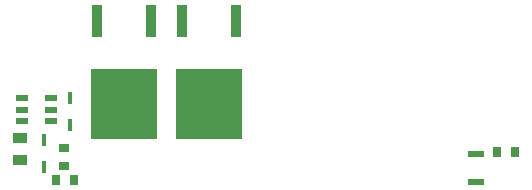
<source format=gtp>
G04*
G04 #@! TF.GenerationSoftware,Altium Limited,Altium Designer,21.9.2 (33)*
G04*
G04 Layer_Color=8421504*
%FSLAX25Y25*%
%MOIN*%
G70*
G04*
G04 #@! TF.SameCoordinates,6F936C73-BDDA-4E7B-AE90-99827B4021A3*
G04*
G04*
G04 #@! TF.FilePolarity,Positive*
G04*
G01*
G75*
%ADD13R,0.21900X0.23500*%
%ADD14R,0.03700X0.10800*%
%ADD15R,0.03543X0.02756*%
%ADD16R,0.01578X0.04375*%
%ADD17R,0.02756X0.03543*%
%ADD18R,0.03962X0.02000*%
%ADD19R,0.04921X0.03369*%
%ADD20R,0.05700X0.02200*%
D13*
X38500Y52455D02*
D03*
X67000D02*
D03*
D14*
X29500Y80105D02*
D03*
X47500D02*
D03*
X76000D02*
D03*
X58000D02*
D03*
D15*
X18728Y31878D02*
D03*
Y37783D02*
D03*
D16*
X12000Y40528D02*
D03*
Y31472D02*
D03*
X20472Y54528D02*
D03*
Y45472D02*
D03*
D17*
X21953Y27000D02*
D03*
X16047D02*
D03*
X163047Y36500D02*
D03*
X168953D02*
D03*
D18*
X4518Y54240D02*
D03*
Y50500D02*
D03*
Y46760D02*
D03*
X14380D02*
D03*
Y50500D02*
D03*
Y54240D02*
D03*
D19*
X3937Y41153D02*
D03*
Y33847D02*
D03*
D20*
X156000Y35650D02*
D03*
Y26350D02*
D03*
M02*

</source>
